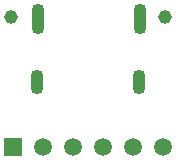
<source format=gbr>
%TF.GenerationSoftware,Altium Limited,Altium Designer,21.3.2 (30)*%
G04 Layer_Color=255*
%FSLAX44Y44*%
%MOMM*%
%TF.SameCoordinates,675AFF39-0D07-4396-8A84-043E8CC343DD*%
%TF.FilePolarity,Positive*%
%TF.FileFunction,Pads,Bot*%
%TF.Part,Single*%
G01*
G75*
%TA.AperFunction,WasherPad*%
%ADD14C,1.1520*%
%TA.AperFunction,ComponentPad*%
%ADD15R,1.5000X1.5000*%
%ADD16C,1.5000*%
%ADD17O,1.1000X2.6000*%
%ADD18O,1.1000X2.1000*%
D14*
X65000Y10000D02*
D03*
X-65000D02*
D03*
D15*
X-63500Y-100000D02*
D03*
D16*
X-38100D02*
D03*
X-12700D02*
D03*
X12700D02*
D03*
X38100D02*
D03*
X63500D02*
D03*
D17*
X43600Y9040D02*
D03*
X-42800D02*
D03*
D18*
X43400Y-44460D02*
D03*
X-43000D02*
D03*
%TF.MD5,869d052e0843e4a91a4420f3d8adcba5*%
M02*

</source>
